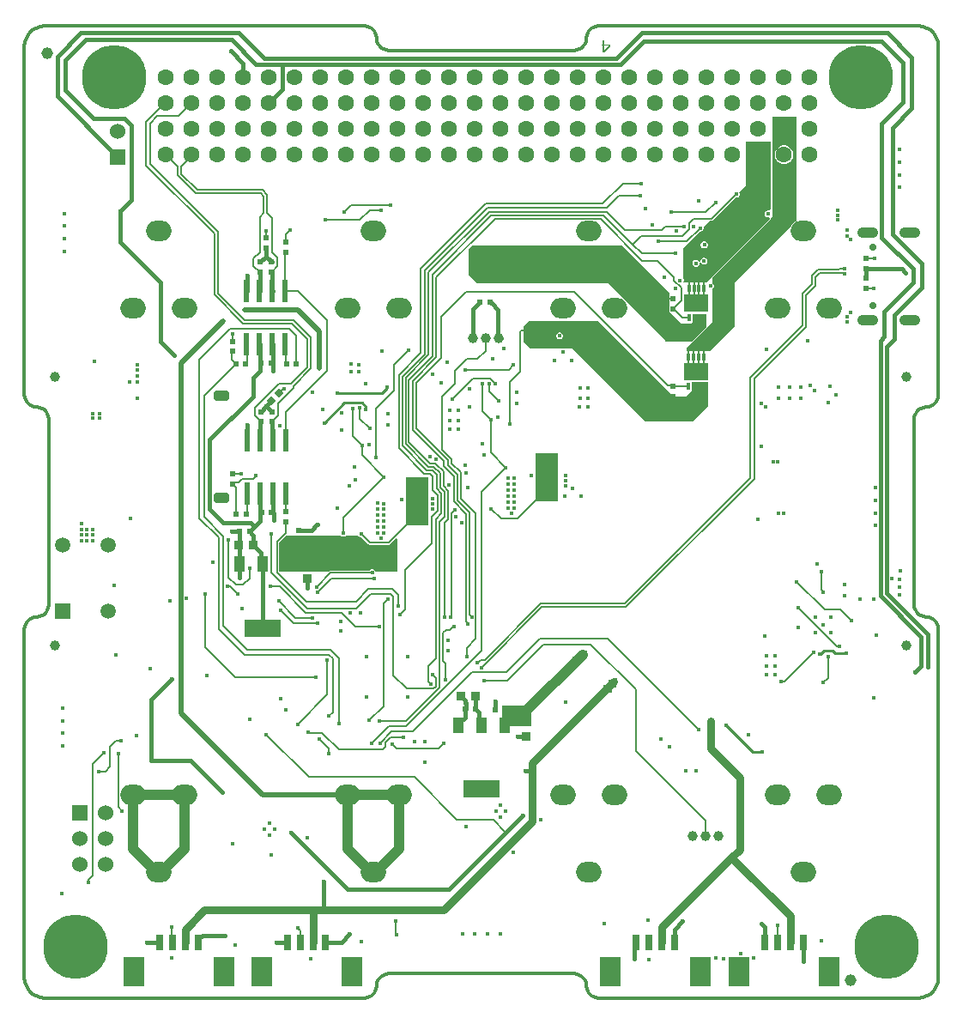
<source format=gbl>
G04*
G04 #@! TF.GenerationSoftware,Altium Limited,Altium Designer,21.7.2 (23)*
G04*
G04 Layer_Physical_Order=4*
G04 Layer_Color=16711680*
%FSLAX25Y25*%
%MOIN*%
G70*
G04*
G04 #@! TF.SameCoordinates,586B0D2E-7DEF-4F54-8963-D9A3A6DEDF4E*
G04*
G04*
G04 #@! TF.FilePolarity,Positive*
G04*
G01*
G75*
%ADD10C,0.01181*%
%ADD11C,0.00787*%
%ADD13C,0.00984*%
%ADD79C,0.06299*%
%ADD87R,0.03347X0.03347*%
%ADD88R,0.02362X0.02362*%
%ADD89R,0.02362X0.02362*%
%ADD91R,0.03347X0.03347*%
%ADD92P,0.03341X4X180.0*%
%ADD95R,0.03150X0.06299*%
%ADD96R,0.08268X0.11811*%
%ADD107R,0.01200X0.03100*%
%ADD108R,0.09800X0.06900*%
%ADD118R,0.02362X0.08661*%
%ADD119R,0.02362X0.08661*%
%ADD143C,0.01575*%
%ADD145C,0.01968*%
%ADD146C,0.00866*%
%ADD147C,0.03937*%
%ADD161C,0.04535*%
%ADD162O,0.09843X0.07874*%
%ADD163C,0.06000*%
%ADD164R,0.06000X0.06000*%
%ADD165C,0.02756*%
%ADD166O,0.08268X0.04134*%
G04:AMPARAMS|DCode=167|XSize=59.06mil|YSize=39.37mil|CornerRadius=9.84mil|HoleSize=0mil|Usage=FLASHONLY|Rotation=180.000|XOffset=0mil|YOffset=0mil|HoleType=Round|Shape=RoundedRectangle|*
%AMROUNDEDRECTD167*
21,1,0.05906,0.01968,0,0,180.0*
21,1,0.03937,0.03937,0,0,180.0*
1,1,0.01968,-0.01968,0.00984*
1,1,0.01968,0.01968,0.00984*
1,1,0.01968,0.01968,-0.00984*
1,1,0.01968,-0.01968,-0.00984*
%
%ADD167ROUNDEDRECTD167*%
%ADD168C,0.03937*%
%ADD169C,0.05898*%
%ADD170R,0.05898X0.05898*%
%ADD171C,0.01575*%
%ADD172C,0.01772*%
%ADD173C,0.25000*%
%ADD188R,0.03937X0.05906*%
%ADD189R,0.14173X0.07087*%
%ADD190C,0.03150*%
%ADD191R,0.11200X0.07900*%
%ADD192R,0.09100X0.18700*%
%ADD193R,0.08980X0.18700*%
G36*
X289700Y306139D02*
X289200Y305804D01*
X289070Y305858D01*
X288530D01*
X288031Y305651D01*
X287649Y305269D01*
X287442Y304770D01*
Y304230D01*
X287649Y303731D01*
X288031Y303348D01*
X288530Y303142D01*
X289070D01*
X289180Y303187D01*
X289463Y302763D01*
X264700Y278000D01*
X256285D01*
X256007Y278416D01*
X256026Y278461D01*
Y279001D01*
X255819Y279500D01*
X255700Y279619D01*
Y291300D01*
X262142Y297742D01*
X262670D01*
X263169Y297949D01*
X263551Y298331D01*
X263758Y298830D01*
Y299358D01*
X266242Y301842D01*
X266900D01*
X267190Y301899D01*
X267436Y302064D01*
X276219Y310846D01*
X276230Y310842D01*
X276770D01*
X277269Y311049D01*
X277652Y311431D01*
X277858Y311930D01*
Y312470D01*
X277652Y312969D01*
X277510Y313110D01*
X280100Y315700D01*
Y332500D01*
X289700D01*
Y306139D01*
D02*
G37*
G36*
X250400Y274000D02*
X250400Y269306D01*
X250369D01*
Y266244D01*
X250756D01*
X255100Y261900D01*
X258700D01*
X259400Y262600D01*
Y265700D01*
X264700D01*
Y260636D01*
X259164Y255100D01*
X249200D01*
X226700Y277600D01*
X175700D01*
X172400Y280900D01*
Y290800D01*
X173900Y292300D01*
X232100D01*
X250400Y274000D01*
D02*
G37*
G36*
X300000Y302100D02*
X299609Y301709D01*
X299459Y301647D01*
X298538Y300940D01*
X297832Y300019D01*
X297770Y299870D01*
X275900Y278000D01*
Y261000D01*
X266300Y251400D01*
X257100D01*
Y252500D01*
X267300Y262700D01*
Y275578D01*
X267612Y275890D01*
X267819Y276389D01*
Y276930D01*
X267612Y277429D01*
X267300Y277741D01*
Y280064D01*
X289731Y302496D01*
X289774Y302598D01*
X289835Y302690D01*
X289827Y302728D01*
X289842Y302763D01*
X289819Y302819D01*
X290500Y303500D01*
X290500Y342400D01*
X300000D01*
Y302100D01*
D02*
G37*
G36*
X252100Y233700D02*
X257100D01*
X259300Y235900D01*
Y239200D01*
X265400D01*
Y229600D01*
X260000Y224200D01*
Y223800D01*
X241200D01*
X212700Y252300D01*
X209621D01*
X209363Y252407D01*
X208822D01*
X208564Y252300D01*
X196500D01*
X193800Y255000D01*
Y260800D01*
X196100Y263100D01*
X222700D01*
X252100Y233700D01*
D02*
G37*
G36*
X129922Y179157D02*
X130421Y178950D01*
X130962D01*
X130973Y178955D01*
X133643Y176284D01*
X133889Y176120D01*
X134179Y176062D01*
X141478D01*
X141769Y176120D01*
X142015Y176284D01*
X144238Y178508D01*
X144700Y178317D01*
Y165600D01*
X136342D01*
X136189Y165969D01*
X135807Y166351D01*
X135308Y166558D01*
X134767D01*
X134268Y166351D01*
X133886Y165969D01*
X133881Y165958D01*
X118900D01*
X118610Y165901D01*
X118364Y165736D01*
X118364Y165736D01*
X118228Y165600D01*
X99000D01*
X98858Y165742D01*
Y176896D01*
X101461Y179500D01*
X122979D01*
X123131Y179349D01*
X123630Y179142D01*
X124170D01*
X124669Y179349D01*
X124821Y179500D01*
X129579D01*
X129922Y179157D01*
D02*
G37*
G36*
X225292Y370311D02*
X227384D01*
Y369647D01*
X225270Y367198D01*
X224680D01*
Y369800D01*
X224118D01*
Y370311D01*
X224680D01*
Y371944D01*
X225292D01*
Y370311D01*
D02*
G37*
%LPC*%
G36*
X264286Y293910D02*
X263746D01*
X263247Y293703D01*
X262865Y293321D01*
X262658Y292822D01*
Y292282D01*
X262865Y291782D01*
X263247Y291400D01*
X263746Y291194D01*
X264286D01*
X264786Y291400D01*
X265168Y291782D01*
X265375Y292282D01*
Y292822D01*
X265168Y293321D01*
X264786Y293703D01*
X264286Y293910D01*
D02*
G37*
G36*
X264162Y287604D02*
X263622D01*
X263123Y287397D01*
X262740Y287015D01*
X262534Y286516D01*
Y286110D01*
X262534Y286079D01*
X262034Y285979D01*
X262031Y285987D01*
X261970Y286132D01*
X261588Y286514D01*
X261089Y286721D01*
X260549D01*
X260050Y286514D01*
X259667Y286132D01*
X259461Y285633D01*
Y285092D01*
X259667Y284593D01*
X260050Y284211D01*
X260549Y284004D01*
X261089D01*
X261588Y284211D01*
X261970Y284593D01*
X262177Y285092D01*
Y285498D01*
X262177Y285529D01*
X262677Y285629D01*
X262680Y285621D01*
X262740Y285476D01*
X263123Y285094D01*
X263622Y284887D01*
X264162D01*
X264661Y285094D01*
X265043Y285476D01*
X265250Y285975D01*
Y286516D01*
X265043Y287015D01*
X264661Y287397D01*
X264162Y287604D01*
D02*
G37*
G36*
X295485Y331150D02*
X294531D01*
X293610Y330903D01*
X292784Y330426D01*
X292109Y329751D01*
X291633Y328926D01*
X291386Y328004D01*
Y327051D01*
X291633Y326130D01*
X292109Y325304D01*
X292784Y324629D01*
X293610Y324152D01*
X294531Y323905D01*
X295485D01*
X296406Y324152D01*
X297232Y324629D01*
X297906Y325304D01*
X298383Y326130D01*
X298630Y327051D01*
Y328004D01*
X298383Y328926D01*
X297906Y329751D01*
X297232Y330426D01*
X296406Y330903D01*
X295485Y331150D01*
D02*
G37*
G36*
X208123Y258505D02*
X207583D01*
X207084Y258298D01*
X206702Y257916D01*
X206495Y257417D01*
Y256876D01*
X206702Y256377D01*
X207084Y255995D01*
X207583Y255788D01*
X208123D01*
X208623Y255995D01*
X209005Y256377D01*
X209211Y256876D01*
Y257417D01*
X209005Y257916D01*
X208623Y258298D01*
X208123Y258505D01*
D02*
G37*
G36*
X226889Y369800D02*
X225292D01*
Y367956D01*
X226889Y369800D01*
D02*
G37*
%LPD*%
D10*
X2976Y1727D02*
X4469Y789D01*
X6134Y207D01*
X7886Y10D01*
X132039D01*
X133090Y128D01*
X134089Y477D01*
X134985Y1040D01*
X135733Y1788D01*
X136296Y2684D01*
X136645Y3683D01*
X136764Y4734D01*
X136882Y5785D01*
X137231Y6784D01*
X137794Y7680D01*
X138542Y8428D01*
X139438Y8991D01*
X140437Y9340D01*
X141488Y9458D01*
X213535D01*
X214586Y9340D01*
X215585Y8991D01*
X216481Y8428D01*
X217229Y7680D01*
X217792Y6784D01*
X218141Y5785D01*
X218260Y4734D01*
X218378Y3683D01*
X218727Y2684D01*
X219290Y1788D01*
X220038Y1040D01*
X220934Y477D01*
X221933Y128D01*
X222984Y10D01*
X347138D01*
X348890Y207D01*
X350554Y789D01*
X352047Y1727D01*
X353294Y2974D01*
X354232Y4467D01*
X354814Y6131D01*
X355012Y7884D01*
Y143297D01*
X354893Y144348D01*
X354544Y145347D01*
X353981Y146242D01*
X353233Y146991D01*
X352337Y147554D01*
X351339Y147903D01*
X350287Y148021D01*
X349236Y148140D01*
X348237Y148489D01*
X347341Y149052D01*
X346593Y149800D01*
X346031Y150696D01*
X345681Y151695D01*
X345563Y152746D01*
X345563Y224793D01*
X345681Y225844D01*
X346031Y226843D01*
X346593Y227739D01*
X347341Y228487D01*
X348237Y229049D01*
X349236Y229399D01*
X350287Y229517D01*
X351339Y229636D01*
X352337Y229985D01*
X353233Y230548D01*
X353981Y231296D01*
X354544Y232192D01*
X354893Y233190D01*
X355012Y234242D01*
Y369655D01*
X354814Y371407D01*
X354232Y373072D01*
X353294Y374565D01*
X352047Y375811D01*
X350554Y376749D01*
X348890Y377332D01*
X347137Y377529D01*
X222984D01*
X221933Y377411D01*
X220934Y377061D01*
X220038Y376499D01*
X219290Y375750D01*
X218727Y374855D01*
X218378Y373856D01*
X218260Y372805D01*
X218141Y371754D01*
X217792Y370755D01*
X217229Y369859D01*
X216481Y369111D01*
X215585Y368548D01*
X214586Y368199D01*
X213535Y368080D01*
X141488Y368080D01*
X140437Y368199D01*
X139438Y368548D01*
X138542Y369111D01*
X137794Y369859D01*
X137231Y370755D01*
X136882Y371754D01*
X136764Y372805D01*
X136645Y373856D01*
X136296Y374855D01*
X135733Y375750D01*
X134985Y376499D01*
X134089Y377061D01*
X133090Y377411D01*
X132039Y377529D01*
X7886D01*
X6134Y377332D01*
X4469Y376749D01*
X2976Y375811D01*
X1729Y374565D01*
X791Y373072D01*
X209Y371407D01*
X12Y369655D01*
Y234242D01*
X130Y233190D01*
X479Y232192D01*
X1042Y231296D01*
X1790Y230548D01*
X2686Y229985D01*
X3685Y229636D01*
X4736Y229517D01*
X5787Y229399D01*
X6786Y229049D01*
X7682Y228487D01*
X8430Y227739D01*
X8992Y226843D01*
X9342Y225844D01*
X9460Y224793D01*
Y152746D01*
X9342Y151695D01*
X8992Y150696D01*
X8430Y149800D01*
X7682Y149052D01*
X6786Y148489D01*
X5787Y148140D01*
X4736Y148021D01*
X3685Y147903D01*
X2686Y147554D01*
X1790Y146991D01*
X1042Y146242D01*
X479Y145347D01*
X130Y144348D01*
X12Y143297D01*
Y7884D01*
X209Y6131D01*
X791Y4467D01*
X1729Y2974D01*
X2976Y1727D01*
D11*
X24700Y45100D02*
Y45800D01*
X26400Y47500D01*
Y90904D01*
X30698Y95202D01*
X33200Y97600D02*
X35400Y99800D01*
X37600D01*
X36400Y95100D02*
Y74214D01*
X38014Y72599D01*
X31400Y88100D02*
X33200Y89900D01*
Y97600D01*
X31400Y88100D02*
X28900D01*
X82000Y124500D02*
X113200D01*
X117462Y131383D02*
Y117804D01*
X106070Y106412D01*
X110154Y103226D02*
X110280Y103100D01*
X115600D01*
X122100Y96600D01*
X139200D01*
X140200Y97600D01*
Y99200D01*
X142200Y101200D01*
X147300D01*
X148224Y105524D02*
X177601Y134901D01*
Y196701D01*
X186900Y206000D01*
X181100Y211800D01*
Y224600D01*
X177800Y227900D01*
Y238500D01*
X174188Y240600D02*
X180758D01*
X182861Y238497D01*
X180400Y238700D02*
Y235683D01*
X184261Y231822D01*
X188657Y239318D02*
X192614Y243276D01*
Y258891D01*
X193075Y259352D01*
X195598D01*
X189963Y245837D02*
X188235Y244109D01*
X171322D01*
X171800Y248200D02*
X176000D01*
X179100Y251300D01*
Y256400D01*
X171425Y274300D02*
X213583D01*
X249799Y238084D01*
X251184D01*
X251700Y237568D01*
X251731Y237600D01*
X257963D01*
X260916Y243350D02*
X261900Y244334D01*
X263868Y246303D01*
Y249100D01*
Y252532D01*
X263600Y252800D01*
X261900D02*
X261500Y253200D01*
X261900Y252800D02*
Y249100D01*
Y244334D01*
X281981Y241030D02*
X302100Y261149D01*
Y273571D01*
X305722Y277193D01*
Y280571D01*
X308251Y283100D01*
X316330D01*
X316471Y283241D01*
X318312D01*
X318500Y283429D01*
X318312Y281496D02*
X318500Y281308D01*
X318312Y281119D01*
Y281496D02*
X316471D01*
X316245Y281722D01*
X308822D01*
X307100Y280000D01*
Y276622D01*
X303478Y273000D01*
Y260578D01*
X283360Y240459D01*
Y201489D01*
X233671Y151800D01*
X200899D01*
X177463Y128364D01*
X177284Y131367D02*
X178808D01*
X200619Y153178D01*
X233100D01*
X281981Y202060D01*
Y241030D01*
X258047Y264150D02*
X255525D01*
X252687Y266988D01*
X252687D01*
X251900Y267775D01*
Y267775D01*
X251900D02*
X255100Y270975D01*
Y275850D01*
X252343Y278607D01*
Y279957D01*
X245900Y286400D01*
X240003D01*
X223757Y302646D01*
X182846D01*
X159987Y279787D01*
Y248807D01*
X150684Y239504D01*
Y220715D01*
X156768Y214631D01*
X156768D01*
X162834Y208565D01*
Y206466D01*
X166700Y202600D01*
Y192877D01*
X171500Y188077D01*
Y146196D01*
X172016Y145679D01*
Y145413D01*
X173690Y147932D02*
Y147996D01*
X172800Y148886D01*
Y188700D01*
X168108Y193392D01*
Y203292D01*
X164455Y206945D01*
Y208892D01*
X152164Y221183D01*
Y238995D01*
X161839Y248670D01*
Y264714D01*
X171425Y274300D01*
X158485Y281085D02*
X181300Y303900D01*
X225000D01*
X236250Y292650D01*
X239721Y289179D01*
X253001D01*
X253189Y289367D01*
X253095D01*
X258047Y280047D02*
X258100Y280100D01*
X258047Y280047D02*
Y275650D01*
Y272853D01*
X260016Y270884D01*
X261000Y269900D01*
X261984Y270884D01*
X263953Y272853D01*
Y275650D01*
Y279553D01*
X264100Y279700D01*
X261900Y279600D02*
X261984Y279516D01*
Y275650D01*
Y270884D01*
X260016Y279384D02*
Y275650D01*
Y270884D01*
X251900Y271712D02*
X248888D01*
X248700Y271900D01*
X259700Y279700D02*
X260016Y279384D01*
X262400Y299100D02*
X257247Y293947D01*
X246176D01*
X247500Y298400D02*
X248831Y299731D01*
X256236D01*
X258095Y300795D02*
X259900Y302600D01*
X266900D01*
X276500Y312200D01*
X268400Y309100D02*
X264556Y305256D01*
X251184D01*
X258095Y300795D02*
Y298587D01*
X255507Y296000D01*
X239600D01*
X236250Y292650D01*
X233100Y298400D02*
X247500D01*
X239087Y311505D02*
X230705D01*
X226100Y306900D01*
X179879D01*
X155465Y282486D01*
Y250039D01*
X146763Y241337D01*
Y214539D01*
X156202Y205100D01*
X158400D01*
X160100Y203400D01*
Y197800D01*
X162000Y195900D01*
Y188383D01*
X159700Y186083D01*
Y131800D01*
X156700Y128800D01*
Y122888D01*
X157794Y121794D01*
X158469Y120165D02*
X158552Y120248D01*
X158848D01*
X159700Y121100D01*
Y124353D01*
X158584Y125468D01*
Y125734D01*
X158428Y125578D01*
X162600Y130972D02*
X163535Y130037D01*
Y123742D01*
X161163Y120595D02*
Y184948D01*
X163300Y187086D01*
Y196500D01*
X161400Y198400D01*
Y204000D01*
X159000Y206400D01*
X156836D01*
X148023Y215213D01*
Y240989D01*
X156965Y249930D01*
Y281865D01*
X180500Y305400D01*
X226100D01*
X233100Y298400D01*
X224665Y308465D02*
X232400Y316200D01*
X239300D01*
X224665Y308465D02*
X179230D01*
X153900Y283135D01*
Y250484D01*
X145422Y242005D01*
Y213478D01*
X155200Y203700D01*
X157600D01*
X158600Y202700D01*
Y197300D01*
X160600Y195300D01*
Y189200D01*
X158200Y186800D01*
Y176579D01*
X147933Y166313D01*
Y151007D01*
X145719Y148792D01*
X145139Y152232D02*
Y156476D01*
X142762Y158852D01*
X133652D01*
X128810Y154010D01*
X109518D01*
X98099Y165428D01*
Y177210D01*
X101500Y180611D01*
Y185031D01*
Y188831D02*
X101732Y188600D01*
X101500Y188831D02*
Y196064D01*
Y216536D02*
Y227600D01*
X117500Y243600D01*
Y263200D01*
X106223Y274477D01*
X101307D01*
Y289339D01*
X101500Y289531D01*
X96196Y289513D02*
Y302988D01*
X94323Y304862D01*
Y311877D01*
X92400Y313800D01*
X67277D01*
X61000Y320077D01*
Y323066D01*
X65008Y327073D01*
Y327528D01*
X59500Y323035D02*
Y319484D01*
X66530Y312454D01*
X91734D01*
X92944Y311244D01*
Y304839D01*
X91351Y303246D01*
Y289525D01*
X89000Y287174D01*
Y284426D01*
X91553Y281872D01*
X96046Y281868D02*
Y281965D01*
X98248Y284167D01*
Y287461D01*
X96196Y289513D01*
X116827Y302189D02*
X130298D01*
X134108Y306000D01*
X138600D01*
X142200Y308100D02*
X127000D01*
X124050Y305150D01*
X103100Y298200D02*
X101500Y296600D01*
Y293468D01*
X93846Y295305D02*
X93684Y295466D01*
Y297947D01*
X75047Y297653D02*
Y273753D01*
X85400Y263400D01*
X104500D01*
X111300Y256600D01*
Y244500D01*
X104562Y237762D01*
Y236962D01*
X98500Y230900D01*
Y226147D01*
X96191Y223838D01*
X98792Y234792D02*
X100783Y236783D01*
X100795D01*
X98867Y238768D02*
X103568D01*
X109900Y245100D01*
Y256100D01*
X104000Y262000D01*
X84900D01*
X73700Y273200D01*
Y296900D01*
X47300Y323300D01*
Y340400D01*
X50637Y343737D01*
X50637D01*
X54428Y347528D01*
X54920D01*
X51600Y342600D02*
X59993D01*
X64920Y347528D01*
X51600Y342600D02*
X48700Y339700D01*
Y324000D01*
X75047Y297653D01*
X59500Y323035D02*
X55008Y327528D01*
X79864Y259863D02*
X102937D01*
X105668Y257132D01*
Y246400D01*
X101732D02*
X101400Y246731D01*
Y254000D01*
X98867Y238768D02*
X89500Y229400D01*
Y226130D01*
X91791Y223838D01*
X80900Y203569D02*
X84031D01*
X84100Y203500D01*
X84400Y201700D02*
X88700D01*
X89700Y202700D01*
X84400Y201700D02*
X83119Y200419D01*
X81687D01*
X80900Y199632D01*
X82163Y198369D01*
Y188100D01*
X79280Y177886D02*
Y163420D01*
X82100Y160600D01*
X84900D01*
X87394Y163094D01*
Y166994D01*
X82888Y156974D02*
X79946Y159916D01*
X78966D01*
X78778Y160104D01*
X77148Y179351D02*
X69700Y186800D01*
Y234068D01*
X82032Y246400D01*
X80600Y247832D01*
Y250932D01*
X80800Y251132D01*
Y255068D02*
X80881Y255149D01*
Y257873D01*
X79864Y259863D02*
X67859Y247858D01*
Y186341D01*
X75372Y178828D01*
Y143328D01*
X85353Y133347D01*
X118253D01*
X119800Y131800D01*
Y111000D01*
X118300Y109500D01*
X122210Y106710D02*
Y131991D01*
X118988Y135212D01*
X86488D01*
X77148Y144552D01*
Y179351D01*
X86100Y188100D02*
X86500Y188500D01*
Y196064D01*
X95900Y180400D02*
Y165392D01*
X109946Y151346D01*
X128944D01*
X134630Y157032D01*
X142202D01*
X143168Y156066D01*
Y125432D01*
X148435Y120165D01*
X158469D01*
X161163Y120595D02*
X148196Y107628D01*
X137814D01*
X133894Y107794D02*
X139530Y113429D01*
Y153274D01*
X141284Y155029D01*
X137900Y144300D02*
X128498D01*
X123102Y149696D01*
X109189D01*
X99085Y159800D01*
X95600D01*
X98780Y154247D02*
X105317Y147710D01*
X111709D01*
X113922Y145545D02*
X104655D01*
X99500Y150700D01*
X113800Y157500D02*
X119300Y163000D01*
X136000D01*
X135038Y165200D02*
X118900D01*
X113400Y159700D01*
X130691Y180308D02*
X134179Y176821D01*
X141478D01*
X148494Y183836D01*
Y184094D01*
X149200Y184800D01*
X163189Y184691D02*
X164600Y186102D01*
Y197000D01*
X162700Y198900D01*
Y204600D01*
X159600Y207700D01*
X157434D01*
X149218Y215915D01*
Y240018D01*
X158485Y249286D01*
Y281085D01*
X149100Y251600D02*
X143436Y245936D01*
Y235857D01*
X136547Y228968D01*
Y209904D01*
X131026Y210820D02*
Y214700D01*
X127555Y218171D01*
Y228959D01*
X131026Y210820D02*
X139535Y202311D01*
X123900Y186676D01*
Y180500D01*
X163685Y143085D02*
X165212D01*
X166514Y144387D01*
X166780D01*
X175319Y139593D02*
Y188181D01*
X169400Y194100D01*
Y204245D01*
X165928Y207717D01*
Y209345D01*
X162200Y213073D01*
Y233500D01*
X167200Y238500D01*
Y243600D01*
X171800Y248200D01*
X174188Y240600D02*
X166150Y232562D01*
X188657Y223100D02*
Y239318D01*
X165894Y188145D02*
X167278Y189529D01*
X181300Y190000D02*
X185100Y186200D01*
X191478D01*
X199291Y194013D01*
X165894Y188145D02*
Y149055D01*
X165787Y148948D01*
Y148289D01*
X165599Y148101D01*
X163189Y147986D02*
Y184691D01*
X134200Y221200D02*
X130287Y225113D01*
Y229164D01*
X85969Y246400D02*
X86400Y246831D01*
Y254000D01*
X70267Y157087D02*
Y136233D01*
X82000Y124500D01*
X93958Y102203D02*
X110361Y85800D01*
X151500D01*
X168000Y69300D01*
X182100D01*
X186983Y64417D01*
X160998Y97100D02*
X162699Y98801D01*
X160998Y97100D02*
X144577D01*
X142904Y98773D01*
X142771D01*
X142631Y103566D02*
X150966D01*
X174000Y126600D01*
X187200D01*
X200100Y139500D01*
X226500D01*
X261700Y104300D01*
X293830Y122900D02*
X294018Y123088D01*
X295188D01*
X306400Y134300D01*
X310200Y122500D02*
X312015Y124315D01*
Y132587D01*
X321333Y146467D02*
X317000Y150800D01*
X310700D01*
X299900Y161600D01*
X300584Y151533D02*
X315391Y136725D01*
X316858D01*
X310219Y157708D02*
Y157974D01*
X309626Y158567D01*
Y165454D01*
X260916Y243350D02*
X259931Y244334D01*
Y249100D01*
Y252368D01*
X259800Y252500D01*
X258000Y252400D02*
X257963Y252363D01*
Y249100D01*
Y246303D01*
X259931Y244334D01*
X326731Y275500D02*
X329700D01*
X326731D02*
X326700Y275532D01*
X326701Y287169D02*
X326822Y287290D01*
X330110D01*
X201600Y137300D02*
X220000D01*
X237400Y119900D01*
Y96088D01*
X264594Y68894D01*
Y62958D01*
X292600Y28400D02*
Y21769D01*
X292539Y21709D01*
X187526Y123226D02*
X201600Y137300D01*
X187526Y123226D02*
X178440D01*
X176213Y130297D02*
X177284Y131367D01*
X176213Y130297D02*
X175947D01*
X171752Y132602D02*
Y136025D01*
X175319Y139593D01*
X162600Y142000D02*
X163685Y143085D01*
X162600Y142000D02*
Y130972D01*
X148224Y105524D02*
X141424D01*
X134994Y99094D01*
X138104Y99039D02*
X142631Y103566D01*
X118300Y96840D02*
Y95100D01*
Y96840D02*
X114444Y100696D01*
Y100696D01*
X144232Y29877D02*
X144316Y29793D01*
Y24784D01*
X144400Y24700D01*
X107158Y26163D02*
X106226Y27094D01*
Y27360D01*
X107158Y26163D02*
Y21709D01*
X57539D02*
X57300Y21948D01*
Y27700D01*
D13*
X116399Y223349D02*
X124250Y231200D01*
X131068D01*
X132500Y229768D01*
Y228600D01*
X132602Y228498D01*
X272637Y105819D02*
X282956Y95500D01*
X286600D01*
X310526Y134900D02*
X314000D01*
X315000Y133900D01*
X319167D01*
X319271Y133796D01*
X310526Y134900D02*
X309182Y133555D01*
X308969D01*
D79*
X205008Y327528D02*
D03*
X205012Y337528D02*
D03*
X215012D02*
D03*
X225012D02*
D03*
X225008Y327528D02*
D03*
X215008D02*
D03*
X235008D02*
D03*
X235012Y337528D02*
D03*
X245012D02*
D03*
X245008Y327528D02*
D03*
X255008D02*
D03*
X255012Y337528D02*
D03*
X265012D02*
D03*
X265008Y327528D02*
D03*
X275008D02*
D03*
X285008D02*
D03*
X285012Y337528D02*
D03*
X275012D02*
D03*
X295012D02*
D03*
X295008Y327528D02*
D03*
X305008D02*
D03*
X305012Y337528D02*
D03*
X304920Y347528D02*
D03*
X304924Y357528D02*
D03*
X294924D02*
D03*
X294920Y347528D02*
D03*
X284924Y357528D02*
D03*
X274924D02*
D03*
X274920Y347528D02*
D03*
X284920D02*
D03*
X264924Y357528D02*
D03*
X264920Y347528D02*
D03*
X254924Y357528D02*
D03*
X254920Y347528D02*
D03*
X244924Y357528D02*
D03*
X244920Y347528D02*
D03*
X234924Y357528D02*
D03*
X234920Y347528D02*
D03*
X224924Y357528D02*
D03*
X214924D02*
D03*
X214920Y347528D02*
D03*
X224920D02*
D03*
X204924Y357528D02*
D03*
X204920Y347528D02*
D03*
X194924Y357528D02*
D03*
X194920Y347528D02*
D03*
X195012Y337528D02*
D03*
X195008Y327528D02*
D03*
X184920Y347528D02*
D03*
X185012Y337528D02*
D03*
X185008Y327528D02*
D03*
X174920Y347528D02*
D03*
X175012Y337528D02*
D03*
X175008Y327528D02*
D03*
X164920Y347528D02*
D03*
X154920D02*
D03*
X155012Y337528D02*
D03*
X165012D02*
D03*
X165008Y327528D02*
D03*
X155008D02*
D03*
X144920Y347528D02*
D03*
X145012Y337528D02*
D03*
X145008Y327528D02*
D03*
X134920Y347528D02*
D03*
X135012Y337528D02*
D03*
X135008Y327528D02*
D03*
X124920Y347528D02*
D03*
X125012Y337528D02*
D03*
X125008Y327528D02*
D03*
X114920Y347528D02*
D03*
X115012Y337528D02*
D03*
X115008Y327528D02*
D03*
X104920Y347528D02*
D03*
X94920D02*
D03*
X95012Y337528D02*
D03*
X105012D02*
D03*
X105008Y327528D02*
D03*
X95008D02*
D03*
X84920Y347528D02*
D03*
X85012Y337528D02*
D03*
X85008Y327528D02*
D03*
X74920Y347528D02*
D03*
X75012Y337528D02*
D03*
X75008Y327528D02*
D03*
X64920Y347528D02*
D03*
X65012Y337528D02*
D03*
X65008Y327528D02*
D03*
X54920Y347528D02*
D03*
X55012Y337528D02*
D03*
X55008Y327528D02*
D03*
X74924Y357528D02*
D03*
X84924D02*
D03*
X94924D02*
D03*
X104924D02*
D03*
X114924D02*
D03*
X124924D02*
D03*
X134924D02*
D03*
X144924D02*
D03*
X154924D02*
D03*
X164924D02*
D03*
X174924D02*
D03*
X184924D02*
D03*
X64924D02*
D03*
X54924D02*
D03*
D87*
X83344Y176100D02*
D03*
X88856D02*
D03*
X169644Y117400D02*
D03*
X175156D02*
D03*
D88*
X82163Y188100D02*
D03*
X83500Y181200D02*
D03*
X87437D02*
D03*
X95960Y188507D02*
D03*
X92023D02*
D03*
X86100Y188100D02*
D03*
X95786Y246650D02*
D03*
X101732Y246400D02*
D03*
X105668D02*
D03*
X91849Y246650D02*
D03*
X85969Y246400D02*
D03*
X82032D02*
D03*
X176900Y270300D02*
D03*
X180837Y270300D02*
D03*
X175268Y112200D02*
D03*
X171332D02*
D03*
X182832Y112100D02*
D03*
X186768D02*
D03*
D89*
X80900Y199632D02*
D03*
Y203569D02*
D03*
X101500Y188969D02*
D03*
Y185031D02*
D03*
X106600Y181668D02*
D03*
Y177732D02*
D03*
X96191Y223838D02*
D03*
Y227775D02*
D03*
X91791D02*
D03*
Y223838D02*
D03*
X80800Y251132D02*
D03*
Y255068D02*
D03*
X95954Y281872D02*
D03*
Y285809D02*
D03*
X101500Y289531D02*
D03*
Y293468D02*
D03*
X93753Y295309D02*
D03*
Y291372D02*
D03*
X91553Y285809D02*
D03*
Y281872D02*
D03*
X251700Y237568D02*
D03*
Y233631D02*
D03*
X251900Y267775D02*
D03*
Y271712D02*
D03*
X326700Y275532D02*
D03*
Y279468D02*
D03*
X326701Y283231D02*
D03*
X326701Y287169D02*
D03*
D91*
X109923Y162814D02*
D03*
Y168326D02*
D03*
X195000Y107200D02*
D03*
Y101688D02*
D03*
D92*
X96008Y232008D02*
D03*
X98792Y234792D02*
D03*
D95*
X52618Y21709D02*
D03*
X57539D02*
D03*
X62461D02*
D03*
X67382D02*
D03*
X102236D02*
D03*
X107158D02*
D03*
X112079D02*
D03*
X117000D02*
D03*
X237618D02*
D03*
X242539D02*
D03*
X247461D02*
D03*
X252382D02*
D03*
X287618D02*
D03*
X292539D02*
D03*
X297461D02*
D03*
X302382D02*
D03*
D96*
X42579Y10291D02*
D03*
X77421Y10291D02*
D03*
X92197Y10291D02*
D03*
X127039Y10291D02*
D03*
X227579D02*
D03*
X262421D02*
D03*
X277579D02*
D03*
X312421D02*
D03*
D107*
X257963Y237600D02*
D03*
X259931Y237600D02*
D03*
X261900D02*
D03*
X263868Y237600D02*
D03*
Y249100D02*
D03*
X261900Y249100D02*
D03*
X261984Y264150D02*
D03*
X263953Y264150D02*
D03*
Y275650D02*
D03*
X261984D02*
D03*
X260016D02*
D03*
X258047D02*
D03*
Y264150D02*
D03*
X260016Y264150D02*
D03*
X259931Y249100D02*
D03*
X257963Y249100D02*
D03*
D108*
X260916Y243350D02*
D03*
X261000Y269900D02*
D03*
D118*
X101500Y196064D02*
D03*
Y216536D02*
D03*
X101307Y254005D02*
D03*
Y274477D02*
D03*
D119*
X86500Y196064D02*
D03*
X91500D02*
D03*
X96500D02*
D03*
Y216536D02*
D03*
X91500D02*
D03*
X86500D02*
D03*
X96307Y254005D02*
D03*
X91307D02*
D03*
X86308D02*
D03*
X96307Y274477D02*
D03*
X91307D02*
D03*
X86308D02*
D03*
D143*
X47400Y21600D02*
X47509Y21709D01*
X52618D01*
X67382D02*
Y23283D01*
X68169Y24071D01*
X68763D01*
X69092Y24400D01*
X77847D01*
X97900Y21700D02*
X97909Y21709D01*
X102236D01*
X117000D02*
X123109D01*
X126200Y24800D01*
X116037Y34166D02*
Y45237D01*
X125500Y42300D02*
X164866D01*
X186983Y64417D01*
X193475Y70910D01*
X194639Y88218D02*
X194677Y88256D01*
X197256D01*
X197300Y88300D01*
X195000Y101688D02*
X191688D01*
X191600Y101600D01*
X182832Y115368D02*
X182800Y115400D01*
X182832Y115368D02*
Y112100D01*
X175277Y112209D02*
Y114466D01*
X175286Y114474D01*
X175248Y114512D01*
Y117308D01*
X175156Y117400D01*
X175268Y112200D02*
X175277Y112209D01*
X175268Y112200D02*
X176419Y111050D01*
Y107183D01*
X177600Y106002D01*
X168600Y106002D02*
Y106358D01*
Y107465D01*
X168710Y107576D01*
X169264Y107650D02*
X169781Y108167D01*
X170409D01*
X171332Y109089D01*
Y112200D01*
X171350Y112218D01*
Y114509D01*
X171368Y114527D01*
X171330Y114565D01*
Y115714D01*
X169644Y117400D01*
X169264Y107650D02*
Y107022D01*
X169154Y106912D02*
X168600Y106358D01*
X125500Y42300D02*
X103459Y64341D01*
X76758Y80003D02*
X64558Y92203D01*
X49158D01*
Y115858D01*
X57200Y123900D01*
X92633Y143729D02*
X92633Y143729D01*
Y168532D01*
X91969Y169196D01*
Y172987D01*
X88856Y176100D01*
Y179781D01*
X87437Y181200D01*
X89468Y183231D01*
X91500Y185263D01*
Y196064D01*
X88000Y184700D02*
X89468Y183231D01*
X83500Y181200D02*
X83566Y181133D01*
Y168599D01*
X83633Y168532D01*
Y163737D01*
X83380Y163483D01*
Y163430D01*
X83500Y181200D02*
X80400D01*
X88000Y184700D02*
X77100D01*
X72000Y189800D01*
Y216900D01*
X88727Y233627D01*
Y240827D01*
X91400Y243500D01*
Y254000D01*
X96008Y232008D02*
X93983Y229983D01*
X96191Y227775D01*
Y223838D02*
X96346Y223684D01*
Y216691D01*
X96500Y216536D01*
Y196064D02*
Y188507D01*
X96860Y188147D01*
Y185772D01*
X96898Y185734D01*
X106600Y181668D02*
X111415D01*
X113647Y183900D01*
X113700D01*
X109923Y162814D02*
X109911Y162803D01*
Y159411D01*
X109900Y159400D01*
X91646Y216682D02*
Y223693D01*
X91791Y223838D01*
Y227775D02*
X93891Y229875D01*
Y229891D01*
X93983Y229983D01*
X93891Y230075D01*
Y229923D01*
Y229891D01*
X86500Y222700D02*
Y216536D01*
X91500D02*
X91646Y216682D01*
X96400Y243500D02*
Y254000D01*
Y274472D02*
X96223Y274649D01*
Y281691D01*
X96046Y281868D01*
Y285805D02*
X93746Y288105D01*
Y291468D01*
Y288105D02*
Y287905D01*
X91646Y285805D01*
Y281868D02*
X91523Y281745D01*
Y274595D01*
X91400Y274472D01*
X86400D02*
X86418Y274490D01*
Y280442D01*
X86436Y280459D01*
X52900Y277900D02*
Y254900D01*
X58200Y249600D01*
X52900Y277900D02*
X37300Y293500D01*
Y305700D01*
X41400Y309800D01*
Y339000D01*
X38700Y341700D01*
X26900D01*
X15948Y352652D01*
Y364337D01*
X23788Y372177D01*
X80568D01*
X89975Y362770D01*
X100200D01*
X231592D01*
X240401Y371579D01*
X332929D01*
X341245Y363263D01*
Y347897D01*
X333006Y339658D01*
Y295438D01*
X345194Y283249D01*
Y277896D01*
X333918Y266620D01*
Y256796D01*
X332544Y255423D01*
Y156123D01*
X348340Y140328D01*
Y129040D01*
X346000Y126700D01*
X350700Y128500D02*
Y141300D01*
X334814Y157186D01*
Y252814D01*
X337795Y255796D01*
Y265230D01*
X348468Y275903D01*
Y285132D01*
X337029Y296571D01*
Y338029D01*
X344600Y345600D01*
Y365234D01*
X335037Y374797D01*
X239702D01*
X229748Y364843D01*
X93072D01*
X83015Y374900D01*
X22000D01*
X12700Y365600D01*
Y350200D01*
X36300Y326600D01*
X84924Y357528D02*
Y363076D01*
X80200Y367800D01*
X94920Y347528D02*
X100200Y352807D01*
Y362770D01*
X174319Y267719D02*
X176900Y270300D01*
X174319Y267719D02*
Y256243D01*
X183867Y256695D02*
Y267395D01*
X181356Y269906D01*
X181231D01*
X180837Y270300D01*
X180792Y270345D01*
Y270470D01*
X184848Y256852D02*
X185300Y256400D01*
X326700Y279468D02*
X326700Y279469D01*
Y283231D01*
X326701Y283231D01*
X340733D01*
X342205Y281759D01*
X342259D01*
X255500Y29900D02*
X252382Y26782D01*
Y21709D01*
X237618D02*
X237000Y21091D01*
Y15400D01*
X287618Y21709D02*
Y27482D01*
X286370Y28730D01*
X286300Y28800D01*
X302382Y21709D02*
Y14571D01*
X302600Y14353D01*
Y14300D01*
D145*
X60765Y110535D02*
X92481Y78819D01*
X125612D01*
X60765Y110535D02*
Y246561D01*
X77208Y263003D01*
X85405Y267220D02*
X106180D01*
X112800Y260600D01*
Y260600D01*
X114600Y258800D01*
Y244845D01*
X114466Y244712D01*
D146*
X121465Y234876D02*
X138876D01*
X140971Y236971D01*
Y237152D01*
D147*
X42084Y57835D02*
Y78819D01*
X62084D01*
Y57835D01*
X53069Y48819D01*
X52084D01*
X51100D01*
X42084Y57835D01*
X125612D02*
Y78819D01*
X145612D01*
Y57835D01*
X136596Y48819D01*
X135612D01*
X134628D01*
X125612Y57835D01*
X194600Y110800D02*
Y111200D01*
X216800Y133400D01*
D161*
X8746Y367010D02*
D03*
X320700Y6900D02*
D03*
D162*
X42084Y78819D02*
D03*
X62084D02*
D03*
X52084Y48819D02*
D03*
X125612Y78819D02*
D03*
X145612D02*
D03*
X135612Y48819D02*
D03*
X209140Y78819D02*
D03*
X229140D02*
D03*
X219140Y48819D02*
D03*
X292667Y78819D02*
D03*
X312667D02*
D03*
X302667Y48819D02*
D03*
X312667Y267795D02*
D03*
X302667Y297795D02*
D03*
X292667Y267795D02*
D03*
X229140D02*
D03*
X219140Y297795D02*
D03*
X209140Y267795D02*
D03*
X145612D02*
D03*
X135612Y297795D02*
D03*
X125612Y267795D02*
D03*
X62084D02*
D03*
X52084Y297795D02*
D03*
X42084Y267795D02*
D03*
D163*
X21600Y51800D02*
D03*
X31600D02*
D03*
X31600Y61800D02*
D03*
X31600Y71800D02*
D03*
X21600Y61800D02*
D03*
X36300Y336600D02*
D03*
D164*
X21600Y71800D02*
D03*
X36300Y326600D02*
D03*
D165*
X329630Y269022D02*
D03*
Y291778D02*
D03*
D166*
X327543Y263392D02*
D03*
X344000D02*
D03*
X344000Y297408D02*
D03*
X327543D02*
D03*
D167*
X76500Y194430D02*
D03*
Y233800D02*
D03*
D168*
X11811Y136811D02*
D03*
Y241142D02*
D03*
X174100Y256400D02*
D03*
X179100D02*
D03*
X184100D02*
D03*
X342520Y136811D02*
D03*
X269594Y62958D02*
D03*
X264594D02*
D03*
X259594D02*
D03*
X342520Y241142D02*
D03*
D169*
X32600Y150400D02*
D03*
X32600Y175991D02*
D03*
X14884D02*
D03*
D170*
X14884Y150400D02*
D03*
D171*
X93243Y65620D02*
D03*
X95212Y63160D02*
D03*
X97180Y65620D02*
D03*
X95212Y68081D02*
D03*
D172*
X14500Y40600D02*
D03*
X24700Y45100D02*
D03*
X47400Y21600D02*
D03*
X57300Y27700D02*
D03*
Y15500D02*
D03*
X77900Y24400D02*
D03*
X81741Y20751D02*
D03*
X97909Y21709D02*
D03*
X106226Y27360D02*
D03*
X111326Y15160D02*
D03*
X126200Y24800D02*
D03*
X130700Y22100D02*
D03*
X144400Y24700D02*
D03*
X144232Y29877D02*
D03*
X170015Y24852D02*
D03*
X174936D02*
D03*
X179857D02*
D03*
X184779D02*
D03*
X225300Y28800D02*
D03*
X237070Y15330D02*
D03*
X242360Y15000D02*
D03*
X268415Y15452D02*
D03*
X271400Y15400D02*
D03*
X283179Y15452D02*
D03*
X292600Y28400D02*
D03*
X302600Y14300D02*
D03*
X309580Y22380D02*
D03*
X286370Y28730D02*
D03*
X278300Y17433D02*
D03*
X255500Y29900D02*
D03*
X242200Y30300D02*
D03*
X194639Y88218D02*
D03*
X193475Y70910D02*
D03*
X200664Y69218D02*
D03*
X185012Y70160D02*
D03*
X186980Y72620D02*
D03*
X183043Y72620D02*
D03*
X185012Y75081D02*
D03*
X189766Y56487D02*
D03*
X171385Y66600D02*
D03*
X177600Y81198D02*
D03*
X162699Y98801D02*
D03*
X155543Y99528D02*
D03*
X155384Y91716D02*
D03*
X168682Y104380D02*
D03*
X168710Y107576D02*
D03*
X177598Y107660D02*
D03*
X177600Y104500D02*
D03*
X182832Y115368D02*
D03*
X178440Y123226D02*
D03*
X191600Y101600D02*
D03*
X210199Y115001D02*
D03*
X225603Y121113D02*
D03*
X227398Y119391D02*
D03*
X227384Y122924D02*
D03*
X229625Y123458D02*
D03*
X229135Y121247D02*
D03*
X247124Y100676D02*
D03*
X250612Y97549D02*
D03*
X256700Y88400D02*
D03*
X260869Y88368D02*
D03*
X261700Y104300D02*
D03*
X266500Y103900D02*
D03*
Y105800D02*
D03*
Y107700D02*
D03*
X272637Y105819D02*
D03*
X281200Y102400D02*
D03*
X286600Y95500D02*
D03*
X310200Y122500D02*
D03*
X329900Y116600D02*
D03*
X319271Y133796D02*
D03*
X312015Y132587D02*
D03*
X321333Y146467D02*
D03*
X330749Y140909D02*
D03*
X339800Y156500D02*
D03*
X339900Y159600D02*
D03*
X340000Y162700D02*
D03*
X336900Y162800D02*
D03*
X340100Y165800D02*
D03*
X330448Y183515D02*
D03*
Y188436D02*
D03*
Y193357D02*
D03*
Y198279D02*
D03*
X312332Y231249D02*
D03*
X315090Y234427D02*
D03*
X312684Y237467D02*
D03*
X307003Y236034D02*
D03*
X305126Y237930D02*
D03*
X301500Y237200D02*
D03*
Y232900D02*
D03*
X288186Y252049D02*
D03*
X292900Y237200D02*
D03*
X297200D02*
D03*
Y232900D02*
D03*
X292900D02*
D03*
X287938Y229671D02*
D03*
X286200Y230800D02*
D03*
X286271Y214141D02*
D03*
X290770Y208390D02*
D03*
X292545D02*
D03*
X284781Y186016D02*
D03*
X292994Y188150D02*
D03*
X294770Y188150D02*
D03*
X299900Y161600D02*
D03*
X307800Y168600D02*
D03*
X300584Y151533D02*
D03*
X300500Y144000D02*
D03*
X307301Y142000D02*
D03*
Y147900D02*
D03*
X306400Y134300D02*
D03*
X308969Y133555D02*
D03*
X316592Y136725D02*
D03*
X313299Y141900D02*
D03*
Y147800D02*
D03*
X310300Y144900D02*
D03*
X324400Y154900D02*
D03*
X330000D02*
D03*
X318400Y160643D02*
D03*
X309626Y165454D02*
D03*
X310219Y157708D02*
D03*
X318400Y156300D02*
D03*
X287536Y140595D02*
D03*
X288254Y132824D02*
D03*
X291530D02*
D03*
X291534Y129090D02*
D03*
X288257D02*
D03*
X288157Y125590D02*
D03*
X291434D02*
D03*
X293830Y122900D02*
D03*
X346000Y126700D02*
D03*
X350700Y128500D02*
D03*
X319362Y262586D02*
D03*
X319400Y264737D02*
D03*
X320834Y266171D02*
D03*
X329700Y275500D02*
D03*
X342259Y281759D02*
D03*
X330110Y287290D02*
D03*
X320834Y294629D02*
D03*
X319400Y296063D02*
D03*
X319362Y298214D02*
D03*
X315900Y302200D02*
D03*
X318500Y283429D02*
D03*
Y281308D02*
D03*
X304093Y255436D02*
D03*
X264016Y292552D02*
D03*
X262400Y299100D02*
D03*
X263892Y286245D02*
D03*
X266460Y276660D02*
D03*
X260819Y285363D02*
D03*
X253001Y289179D02*
D03*
X254668Y278731D02*
D03*
X252933Y275624D02*
D03*
X248674Y280081D02*
D03*
X253039Y297946D02*
D03*
X256236Y299731D02*
D03*
X260000Y299500D02*
D03*
X261927Y309470D02*
D03*
X268400Y309100D02*
D03*
X276500Y312200D02*
D03*
X288800Y304500D02*
D03*
X315900Y304100D02*
D03*
Y306000D02*
D03*
X339776Y314842D02*
D03*
Y319763D02*
D03*
Y324684D02*
D03*
Y329605D02*
D03*
X251184Y305256D02*
D03*
X239358Y316203D02*
D03*
X239087Y311505D02*
D03*
X241286Y306536D02*
D03*
X243949Y300333D02*
D03*
X246176Y293947D02*
D03*
X203304Y261919D02*
D03*
X207853Y257146D02*
D03*
X209093Y251049D02*
D03*
X205807Y247749D02*
D03*
X212393Y247763D02*
D03*
X215698Y236834D02*
D03*
X218974D02*
D03*
X218977Y233100D02*
D03*
X215701D02*
D03*
X215601Y229600D02*
D03*
X218877D02*
D03*
X206191Y210413D02*
D03*
X203891D02*
D03*
Y208113D02*
D03*
X206191D02*
D03*
X210276Y203056D02*
D03*
Y200956D02*
D03*
Y198856D02*
D03*
X212999Y198116D02*
D03*
X206191Y196313D02*
D03*
X203891D02*
D03*
Y194013D02*
D03*
X206191D02*
D03*
X209713Y194815D02*
D03*
X216299Y194830D02*
D03*
X201591Y208113D02*
D03*
X199291D02*
D03*
Y210413D02*
D03*
X201591D02*
D03*
X196702Y202830D02*
D03*
X190226Y201846D02*
D03*
X190199Y199553D02*
D03*
X190171Y197260D02*
D03*
X201591Y196313D02*
D03*
Y194013D02*
D03*
X199291D02*
D03*
X190144Y194967D02*
D03*
X190117Y192674D02*
D03*
X190090Y190381D02*
D03*
X188007Y197287D02*
D03*
Y199580D02*
D03*
Y201873D02*
D03*
X186900Y206000D02*
D03*
X188007Y194994D02*
D03*
Y192701D02*
D03*
Y190408D02*
D03*
X189111Y188269D02*
D03*
X181300Y190000D02*
D03*
X172224Y198277D02*
D03*
X171586Y203827D02*
D03*
X171328Y206945D02*
D03*
X167278Y189529D02*
D03*
X167628Y186858D02*
D03*
X169693Y184556D02*
D03*
X164894Y199250D02*
D03*
X156100Y198900D02*
D03*
Y201200D02*
D03*
X158600Y194100D02*
D03*
Y192000D02*
D03*
Y189900D02*
D03*
X156100Y187100D02*
D03*
Y184800D02*
D03*
X153800Y198900D02*
D03*
X151500D02*
D03*
Y201200D02*
D03*
X153800D02*
D03*
X149200D02*
D03*
Y198900D02*
D03*
X146415Y193452D02*
D03*
X149200Y184800D02*
D03*
X151500D02*
D03*
X153800D02*
D03*
Y187100D02*
D03*
X151500D02*
D03*
X143037Y173800D02*
D03*
Y170514D02*
D03*
Y167300D02*
D03*
X145139Y152232D02*
D03*
X145719Y148792D02*
D03*
X164400Y139000D02*
D03*
Y135063D02*
D03*
X158584Y125734D02*
D03*
X157794Y121794D02*
D03*
X163535Y123742D02*
D03*
X171368Y114527D02*
D03*
X175286Y114474D02*
D03*
X177463Y128364D02*
D03*
X175947Y130297D02*
D03*
X171846Y132696D02*
D03*
X172016Y145413D02*
D03*
X173690Y147932D02*
D03*
X166780Y144387D02*
D03*
X165599Y148101D02*
D03*
X163189Y147986D02*
D03*
X148699Y132749D02*
D03*
Y117000D02*
D03*
X147300Y101200D02*
D03*
X151606Y99528D02*
D03*
X142771Y98773D02*
D03*
X137814Y107628D02*
D03*
X133894Y107794D02*
D03*
X134994Y99094D02*
D03*
X138104Y99039D02*
D03*
X122210Y106710D02*
D03*
X118300Y109500D02*
D03*
Y95100D02*
D03*
X114444Y100696D02*
D03*
X110154Y103226D02*
D03*
X99565Y116255D02*
D03*
X101500Y112100D02*
D03*
X106070Y106412D02*
D03*
X93958Y102203D02*
D03*
X87658Y108303D02*
D03*
X76758Y80003D02*
D03*
X80695Y60003D02*
D03*
X95819Y55599D02*
D03*
X103459Y64341D02*
D03*
X116037Y45237D02*
D03*
X109900Y62400D02*
D03*
X132950Y117000D02*
D03*
Y132749D02*
D03*
X137900Y144300D02*
D03*
X130490Y149635D02*
D03*
X141284Y155029D02*
D03*
X136000Y163000D02*
D03*
X135038Y165200D02*
D03*
X139100Y167300D02*
D03*
Y170514D02*
D03*
Y173800D02*
D03*
X138385Y178523D02*
D03*
X139365Y180635D02*
D03*
X137281Y180662D02*
D03*
Y182955D02*
D03*
X139392Y182928D02*
D03*
X130691Y180308D02*
D03*
X137281Y185248D02*
D03*
X139419Y185221D02*
D03*
X139446Y187514D02*
D03*
X137281Y187541D02*
D03*
Y189834D02*
D03*
X139473Y189807D02*
D03*
X139500Y192100D02*
D03*
X137281Y192127D02*
D03*
X139535Y202311D02*
D03*
X136547Y209904D02*
D03*
X133963Y214991D02*
D03*
X131026Y214700D02*
D03*
X134200Y221200D02*
D03*
X141308Y222697D02*
D03*
X141300Y226800D02*
D03*
X132602Y228498D02*
D03*
X130287Y229164D02*
D03*
X132398Y238721D02*
D03*
X140971Y237152D02*
D03*
X149100Y251600D02*
D03*
X158391Y242249D02*
D03*
X161691Y238963D02*
D03*
X165197Y228134D02*
D03*
X165200Y224400D02*
D03*
X165100Y220900D02*
D03*
X159691Y209403D02*
D03*
X157521Y210314D02*
D03*
X168376Y220900D02*
D03*
X168476Y224400D02*
D03*
X168473Y228134D02*
D03*
X172882Y229759D02*
D03*
X177963Y215368D02*
D03*
X178517Y210783D02*
D03*
X191298Y231003D02*
D03*
X191254Y235203D02*
D03*
X189963Y245837D02*
D03*
X195598Y259352D02*
D03*
X198247Y258668D02*
D03*
X200882Y258689D02*
D03*
X199926Y261940D02*
D03*
X197000Y261900D02*
D03*
X186100Y252400D02*
D03*
X182000Y248200D02*
D03*
X182861Y238497D02*
D03*
X180400Y238700D02*
D03*
X184261Y231822D02*
D03*
X183907Y225735D02*
D03*
X181100Y224600D02*
D03*
X188657Y223100D02*
D03*
X177800Y238500D02*
D03*
X172904Y236498D02*
D03*
X166150Y232562D02*
D03*
X171322Y244109D02*
D03*
X164251Y246967D02*
D03*
X138751Y251416D02*
D03*
X129700Y246100D02*
D03*
X126878Y246149D02*
D03*
X126900Y243300D02*
D03*
X129800Y243200D02*
D03*
X121465Y234876D02*
D03*
X123031Y227235D02*
D03*
X127555Y228959D02*
D03*
X123017Y220549D02*
D03*
X111778Y235318D02*
D03*
X115724Y228649D02*
D03*
X116399Y223349D02*
D03*
X100844Y236689D02*
D03*
X99159Y222263D02*
D03*
X93979Y229923D02*
D03*
X86580Y222621D02*
D03*
X84031Y203569D02*
D03*
X89794Y202794D02*
D03*
X96898Y185734D02*
D03*
X95900Y180400D02*
D03*
X99895Y176088D02*
D03*
X113700Y183900D02*
D03*
X123900Y180500D02*
D03*
X121538Y190442D02*
D03*
X126170Y199104D02*
D03*
X128375Y201219D02*
D03*
X128211Y206250D02*
D03*
X87394Y166994D02*
D03*
X83380Y163430D02*
D03*
X82888Y156974D02*
D03*
X84500Y151400D02*
D03*
X99500Y150700D02*
D03*
X98780Y154247D02*
D03*
X95600Y159800D02*
D03*
X111709Y147710D02*
D03*
X113922Y145545D02*
D03*
X117462Y131383D02*
D03*
X113200Y124500D02*
D03*
X122765Y142496D02*
D03*
Y146432D02*
D03*
X126553Y149635D02*
D03*
X113800Y157500D02*
D03*
X113400Y159700D02*
D03*
X109900Y159400D02*
D03*
X79280Y177886D02*
D03*
X80400Y181200D02*
D03*
X73096Y169434D02*
D03*
X78778Y160104D02*
D03*
X70267Y157087D02*
D03*
X62985Y155380D02*
D03*
X56364Y154136D02*
D03*
X34985Y160300D02*
D03*
X26500Y177601D02*
D03*
X24300D02*
D03*
X24300Y179801D02*
D03*
X26500D02*
D03*
Y182001D02*
D03*
X24300D02*
D03*
X41039Y186212D02*
D03*
X22100Y184201D02*
D03*
Y182001D02*
D03*
Y179801D02*
D03*
X22100Y177601D02*
D03*
X35481Y133398D02*
D03*
X57244Y123905D02*
D03*
X48858Y127903D02*
D03*
X43489Y102035D02*
D03*
X37600Y99800D02*
D03*
X36400Y95100D02*
D03*
X49158Y92203D02*
D03*
X38014Y72599D02*
D03*
X28900Y88100D02*
D03*
X30698Y95202D02*
D03*
X14750Y102844D02*
D03*
Y107765D02*
D03*
Y97922D02*
D03*
Y112686D02*
D03*
X71002Y125387D02*
D03*
X29285Y225155D02*
D03*
X29246Y227104D02*
D03*
X26571D02*
D03*
X26531Y225155D02*
D03*
X43985Y232800D02*
D03*
X43900Y239300D02*
D03*
X43938Y241559D02*
D03*
X41000Y239300D02*
D03*
X58200Y249600D02*
D03*
X43938Y246078D02*
D03*
X43977Y243819D02*
D03*
X27300Y247300D02*
D03*
X15494Y289981D02*
D03*
Y294902D02*
D03*
X15452Y299791D02*
D03*
Y304712D02*
D03*
X37300Y305700D02*
D03*
X77208Y263003D02*
D03*
X80881Y257873D02*
D03*
X85405Y267220D02*
D03*
X96359Y243643D02*
D03*
X114466Y244712D02*
D03*
X93895Y287580D02*
D03*
X86436Y280459D02*
D03*
X103100Y298200D02*
D03*
X116827Y302189D02*
D03*
X124050Y305150D02*
D03*
X138600Y306000D02*
D03*
X142200Y308100D02*
D03*
X174397Y289234D02*
D03*
X177673D02*
D03*
X177676Y285500D02*
D03*
X174400D02*
D03*
X174300Y282000D02*
D03*
X177576D02*
D03*
X87900Y370200D02*
D03*
X80131Y367684D02*
D03*
X93684Y297947D02*
D03*
X213677Y131913D02*
D03*
X215473Y130191D02*
D03*
X215458Y133724D02*
D03*
X217699Y134258D02*
D03*
X217210Y132047D02*
D03*
D173*
X20012Y20009D02*
D03*
X335012D02*
D03*
X325012Y357529D02*
D03*
X35012D02*
D03*
D188*
X83633Y168532D02*
D03*
X92633D02*
D03*
X101633D02*
D03*
X168600Y106002D02*
D03*
X177600Y106002D02*
D03*
X186600Y106002D02*
D03*
D189*
X92633Y143729D02*
D03*
X177600Y81198D02*
D03*
D190*
X62461Y21709D02*
Y26761D01*
X69866Y34166D01*
X116037D01*
X162809D01*
X197300Y68657D01*
Y88300D01*
Y91300D01*
X229000Y123000D01*
X266500Y96800D02*
Y103900D01*
Y105800D01*
Y107700D01*
Y96800D02*
X277700Y85600D01*
Y57700D01*
X274650Y54650D01*
X297461Y31839D01*
Y21709D01*
X274650Y54650D02*
X247461Y27461D01*
Y21709D01*
X112079Y32700D02*
X112079Y32700D01*
X112079Y32700D02*
Y21709D01*
D191*
X191200Y109450D02*
D03*
D192*
X202741Y202263D02*
D03*
D193*
X152590Y193050D02*
D03*
M02*

</source>
